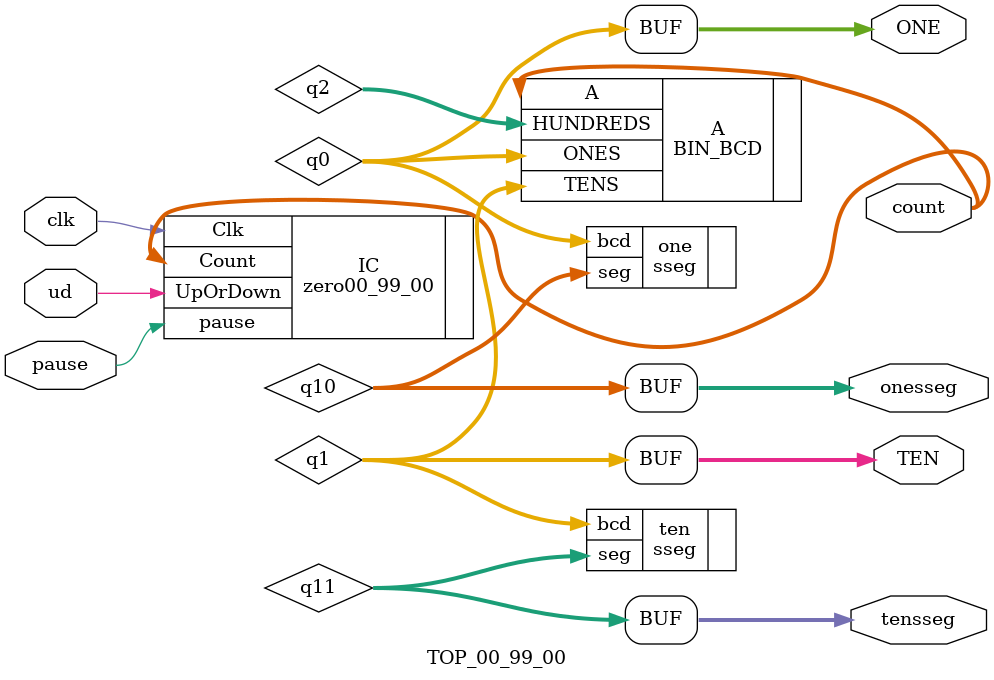
<source format=v>
`timescale 1ns / 1ps
module TOP_00_99_00(
     input clk, ud, pause,
    output [3:0] ONE, 
	 output [3:0] TEN,
	 output [6:0] onesseg, tensseg, 
    output [7:0] count
    );

wire [3:0]  q0,q1;
wire [1:0] q2;
wire [6:0] q10, q11 ;
zero00_99_00 IC(.Clk(clk), .UpOrDown(ud),. pause(pause),.Count(count));
BIN_BCD A (.A(count), .ONES(q0), .TENS(q1),.HUNDREDS(q2));
sseg one(.bcd(q0),.seg(q10));
sseg ten(.bcd(q1),.seg(q11));
assign ONE=q0;
assign TEN=q1;
assign onesseg=q10;
assign tensseg=q11;
endmodule

</source>
